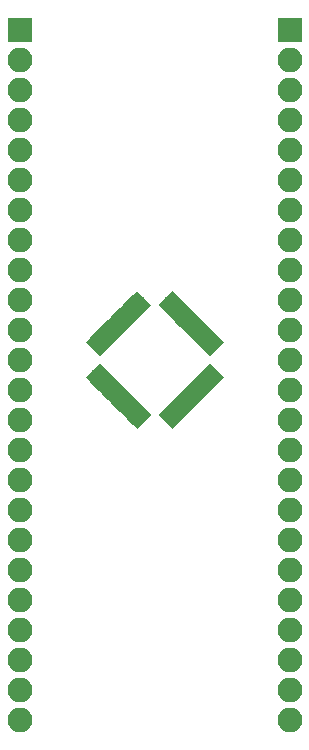
<source format=gbr>
G04 #@! TF.GenerationSoftware,KiCad,Pcbnew,(5.1.0-0)*
G04 #@! TF.CreationDate,2019-04-21T18:11:27+10:00*
G04 #@! TF.ProjectId,ETE006-CM119B-Breatout,45544530-3036-42d4-934d-313139422d42,1*
G04 #@! TF.SameCoordinates,Original*
G04 #@! TF.FileFunction,Soldermask,Top*
G04 #@! TF.FilePolarity,Negative*
%FSLAX46Y46*%
G04 Gerber Fmt 4.6, Leading zero omitted, Abs format (unit mm)*
G04 Created by KiCad (PCBNEW (5.1.0-0)) date 2019-04-21 18:11:27*
%MOMM*%
%LPD*%
G04 APERTURE LIST*
%ADD10R,2.100000X2.100000*%
%ADD11O,2.100000X2.100000*%
%ADD12C,0.650000*%
%ADD13C,0.100000*%
G04 APERTURE END LIST*
D10*
X117933224Y-82578949D03*
D11*
X117933224Y-85118949D03*
X117933224Y-87658949D03*
X117933224Y-90198949D03*
X117933224Y-92738949D03*
X117933224Y-95278949D03*
X117933224Y-97818949D03*
X117933224Y-100358949D03*
X117933224Y-102898949D03*
X117933224Y-105438949D03*
X117933224Y-107978949D03*
X117933224Y-110518949D03*
X117933224Y-113058949D03*
X117933224Y-115598949D03*
X117933224Y-118138949D03*
X117933224Y-120678949D03*
X117933224Y-123218949D03*
X117933224Y-125758949D03*
X117933224Y-128298949D03*
X117933224Y-130838949D03*
X117933224Y-133378949D03*
X117933224Y-135918949D03*
X117933224Y-138458949D03*
X117933224Y-140998949D03*
X140793224Y-140998949D03*
X140793224Y-138458949D03*
X140793224Y-135918949D03*
X140793224Y-133378949D03*
X140793224Y-130838949D03*
X140793224Y-128298949D03*
X140793224Y-125758949D03*
X140793224Y-123218949D03*
X140793224Y-120678949D03*
X140793224Y-118138949D03*
X140793224Y-115598949D03*
X140793224Y-113058949D03*
X140793224Y-110518949D03*
X140793224Y-107978949D03*
X140793224Y-105438949D03*
X140793224Y-102898949D03*
X140793224Y-100358949D03*
X140793224Y-97818949D03*
X140793224Y-95278949D03*
X140793224Y-92738949D03*
X140793224Y-90198949D03*
X140793224Y-87658949D03*
X140793224Y-85118949D03*
D10*
X140793224Y-82578949D03*
D12*
X128231853Y-105498491D03*
D13*
G36*
X127401003Y-105127260D02*
G01*
X127860622Y-104667641D01*
X129062703Y-105869722D01*
X128603084Y-106329341D01*
X127401003Y-105127260D01*
X127401003Y-105127260D01*
G37*
D12*
X127878300Y-105852044D03*
D13*
G36*
X127047450Y-105480813D02*
G01*
X127507069Y-105021194D01*
X128709150Y-106223275D01*
X128249531Y-106682894D01*
X127047450Y-105480813D01*
X127047450Y-105480813D01*
G37*
D12*
X127524746Y-106205598D03*
D13*
G36*
X126693896Y-105834367D02*
G01*
X127153515Y-105374748D01*
X128355596Y-106576829D01*
X127895977Y-107036448D01*
X126693896Y-105834367D01*
X126693896Y-105834367D01*
G37*
D12*
X127171193Y-106559151D03*
D13*
G36*
X126340343Y-106187920D02*
G01*
X126799962Y-105728301D01*
X128002043Y-106930382D01*
X127542424Y-107390001D01*
X126340343Y-106187920D01*
X126340343Y-106187920D01*
G37*
D12*
X126817640Y-106912704D03*
D13*
G36*
X125986790Y-106541473D02*
G01*
X126446409Y-106081854D01*
X127648490Y-107283935D01*
X127188871Y-107743554D01*
X125986790Y-106541473D01*
X125986790Y-106541473D01*
G37*
D12*
X126464086Y-107266258D03*
D13*
G36*
X125633236Y-106895027D02*
G01*
X126092855Y-106435408D01*
X127294936Y-107637489D01*
X126835317Y-108097108D01*
X125633236Y-106895027D01*
X125633236Y-106895027D01*
G37*
D12*
X126110533Y-107619811D03*
D13*
G36*
X125279683Y-107248580D02*
G01*
X125739302Y-106788961D01*
X126941383Y-107991042D01*
X126481764Y-108450661D01*
X125279683Y-107248580D01*
X125279683Y-107248580D01*
G37*
D12*
X125756979Y-107973365D03*
D13*
G36*
X124926129Y-107602134D02*
G01*
X125385748Y-107142515D01*
X126587829Y-108344596D01*
X126128210Y-108804215D01*
X124926129Y-107602134D01*
X124926129Y-107602134D01*
G37*
D12*
X125403426Y-108326918D03*
D13*
G36*
X124572576Y-107955687D02*
G01*
X125032195Y-107496068D01*
X126234276Y-108698149D01*
X125774657Y-109157768D01*
X124572576Y-107955687D01*
X124572576Y-107955687D01*
G37*
D12*
X125049873Y-108680471D03*
D13*
G36*
X124219023Y-108309240D02*
G01*
X124678642Y-107849621D01*
X125880723Y-109051702D01*
X125421104Y-109511321D01*
X124219023Y-108309240D01*
X124219023Y-108309240D01*
G37*
D12*
X124696319Y-109034025D03*
D13*
G36*
X123865469Y-108662794D02*
G01*
X124325088Y-108203175D01*
X125527169Y-109405256D01*
X125067550Y-109864875D01*
X123865469Y-108662794D01*
X123865469Y-108662794D01*
G37*
D12*
X124342766Y-109387578D03*
D13*
G36*
X123511916Y-109016347D02*
G01*
X123971535Y-108556728D01*
X125173616Y-109758809D01*
X124713997Y-110218428D01*
X123511916Y-109016347D01*
X123511916Y-109016347D01*
G37*
D12*
X124342766Y-111650320D03*
D13*
G36*
X123971535Y-112481170D02*
G01*
X123511916Y-112021551D01*
X124713997Y-110819470D01*
X125173616Y-111279089D01*
X123971535Y-112481170D01*
X123971535Y-112481170D01*
G37*
D12*
X124696319Y-112003873D03*
D13*
G36*
X124325088Y-112834723D02*
G01*
X123865469Y-112375104D01*
X125067550Y-111173023D01*
X125527169Y-111632642D01*
X124325088Y-112834723D01*
X124325088Y-112834723D01*
G37*
D12*
X125049873Y-112357427D03*
D13*
G36*
X124678642Y-113188277D02*
G01*
X124219023Y-112728658D01*
X125421104Y-111526577D01*
X125880723Y-111986196D01*
X124678642Y-113188277D01*
X124678642Y-113188277D01*
G37*
D12*
X125403426Y-112710980D03*
D13*
G36*
X125032195Y-113541830D02*
G01*
X124572576Y-113082211D01*
X125774657Y-111880130D01*
X126234276Y-112339749D01*
X125032195Y-113541830D01*
X125032195Y-113541830D01*
G37*
D12*
X125756979Y-113064533D03*
D13*
G36*
X125385748Y-113895383D02*
G01*
X124926129Y-113435764D01*
X126128210Y-112233683D01*
X126587829Y-112693302D01*
X125385748Y-113895383D01*
X125385748Y-113895383D01*
G37*
D12*
X126110533Y-113418087D03*
D13*
G36*
X125739302Y-114248937D02*
G01*
X125279683Y-113789318D01*
X126481764Y-112587237D01*
X126941383Y-113046856D01*
X125739302Y-114248937D01*
X125739302Y-114248937D01*
G37*
D12*
X126464086Y-113771640D03*
D13*
G36*
X126092855Y-114602490D02*
G01*
X125633236Y-114142871D01*
X126835317Y-112940790D01*
X127294936Y-113400409D01*
X126092855Y-114602490D01*
X126092855Y-114602490D01*
G37*
D12*
X126817640Y-114125194D03*
D13*
G36*
X126446409Y-114956044D02*
G01*
X125986790Y-114496425D01*
X127188871Y-113294344D01*
X127648490Y-113753963D01*
X126446409Y-114956044D01*
X126446409Y-114956044D01*
G37*
D12*
X127171193Y-114478747D03*
D13*
G36*
X126799962Y-115309597D02*
G01*
X126340343Y-114849978D01*
X127542424Y-113647897D01*
X128002043Y-114107516D01*
X126799962Y-115309597D01*
X126799962Y-115309597D01*
G37*
D12*
X127524746Y-114832300D03*
D13*
G36*
X127153515Y-115663150D02*
G01*
X126693896Y-115203531D01*
X127895977Y-114001450D01*
X128355596Y-114461069D01*
X127153515Y-115663150D01*
X127153515Y-115663150D01*
G37*
D12*
X127878300Y-115185854D03*
D13*
G36*
X127507069Y-116016704D02*
G01*
X127047450Y-115557085D01*
X128249531Y-114355004D01*
X128709150Y-114814623D01*
X127507069Y-116016704D01*
X127507069Y-116016704D01*
G37*
D12*
X128231853Y-115539407D03*
D13*
G36*
X127860622Y-116370257D02*
G01*
X127401003Y-115910638D01*
X128603084Y-114708557D01*
X129062703Y-115168176D01*
X127860622Y-116370257D01*
X127860622Y-116370257D01*
G37*
D12*
X130494595Y-115539407D03*
D13*
G36*
X129663745Y-115168176D02*
G01*
X130123364Y-114708557D01*
X131325445Y-115910638D01*
X130865826Y-116370257D01*
X129663745Y-115168176D01*
X129663745Y-115168176D01*
G37*
D12*
X130848148Y-115185854D03*
D13*
G36*
X130017298Y-114814623D02*
G01*
X130476917Y-114355004D01*
X131678998Y-115557085D01*
X131219379Y-116016704D01*
X130017298Y-114814623D01*
X130017298Y-114814623D01*
G37*
D12*
X131201702Y-114832300D03*
D13*
G36*
X130370852Y-114461069D02*
G01*
X130830471Y-114001450D01*
X132032552Y-115203531D01*
X131572933Y-115663150D01*
X130370852Y-114461069D01*
X130370852Y-114461069D01*
G37*
D12*
X131555255Y-114478747D03*
D13*
G36*
X130724405Y-114107516D02*
G01*
X131184024Y-113647897D01*
X132386105Y-114849978D01*
X131926486Y-115309597D01*
X130724405Y-114107516D01*
X130724405Y-114107516D01*
G37*
D12*
X131908808Y-114125194D03*
D13*
G36*
X131077958Y-113753963D02*
G01*
X131537577Y-113294344D01*
X132739658Y-114496425D01*
X132280039Y-114956044D01*
X131077958Y-113753963D01*
X131077958Y-113753963D01*
G37*
D12*
X132262362Y-113771640D03*
D13*
G36*
X131431512Y-113400409D02*
G01*
X131891131Y-112940790D01*
X133093212Y-114142871D01*
X132633593Y-114602490D01*
X131431512Y-113400409D01*
X131431512Y-113400409D01*
G37*
D12*
X132615915Y-113418087D03*
D13*
G36*
X131785065Y-113046856D02*
G01*
X132244684Y-112587237D01*
X133446765Y-113789318D01*
X132987146Y-114248937D01*
X131785065Y-113046856D01*
X131785065Y-113046856D01*
G37*
D12*
X132969469Y-113064533D03*
D13*
G36*
X132138619Y-112693302D02*
G01*
X132598238Y-112233683D01*
X133800319Y-113435764D01*
X133340700Y-113895383D01*
X132138619Y-112693302D01*
X132138619Y-112693302D01*
G37*
D12*
X133323022Y-112710980D03*
D13*
G36*
X132492172Y-112339749D02*
G01*
X132951791Y-111880130D01*
X134153872Y-113082211D01*
X133694253Y-113541830D01*
X132492172Y-112339749D01*
X132492172Y-112339749D01*
G37*
D12*
X133676575Y-112357427D03*
D13*
G36*
X132845725Y-111986196D02*
G01*
X133305344Y-111526577D01*
X134507425Y-112728658D01*
X134047806Y-113188277D01*
X132845725Y-111986196D01*
X132845725Y-111986196D01*
G37*
D12*
X134030129Y-112003873D03*
D13*
G36*
X133199279Y-111632642D02*
G01*
X133658898Y-111173023D01*
X134860979Y-112375104D01*
X134401360Y-112834723D01*
X133199279Y-111632642D01*
X133199279Y-111632642D01*
G37*
D12*
X134383682Y-111650320D03*
D13*
G36*
X133552832Y-111279089D02*
G01*
X134012451Y-110819470D01*
X135214532Y-112021551D01*
X134754913Y-112481170D01*
X133552832Y-111279089D01*
X133552832Y-111279089D01*
G37*
D12*
X134383682Y-109387578D03*
D13*
G36*
X134012451Y-110218428D02*
G01*
X133552832Y-109758809D01*
X134754913Y-108556728D01*
X135214532Y-109016347D01*
X134012451Y-110218428D01*
X134012451Y-110218428D01*
G37*
D12*
X134030129Y-109034025D03*
D13*
G36*
X133658898Y-109864875D02*
G01*
X133199279Y-109405256D01*
X134401360Y-108203175D01*
X134860979Y-108662794D01*
X133658898Y-109864875D01*
X133658898Y-109864875D01*
G37*
D12*
X133676575Y-108680471D03*
D13*
G36*
X133305344Y-109511321D02*
G01*
X132845725Y-109051702D01*
X134047806Y-107849621D01*
X134507425Y-108309240D01*
X133305344Y-109511321D01*
X133305344Y-109511321D01*
G37*
D12*
X133323022Y-108326918D03*
D13*
G36*
X132951791Y-109157768D02*
G01*
X132492172Y-108698149D01*
X133694253Y-107496068D01*
X134153872Y-107955687D01*
X132951791Y-109157768D01*
X132951791Y-109157768D01*
G37*
D12*
X132969469Y-107973365D03*
D13*
G36*
X132598238Y-108804215D02*
G01*
X132138619Y-108344596D01*
X133340700Y-107142515D01*
X133800319Y-107602134D01*
X132598238Y-108804215D01*
X132598238Y-108804215D01*
G37*
D12*
X132615915Y-107619811D03*
D13*
G36*
X132244684Y-108450661D02*
G01*
X131785065Y-107991042D01*
X132987146Y-106788961D01*
X133446765Y-107248580D01*
X132244684Y-108450661D01*
X132244684Y-108450661D01*
G37*
D12*
X132262362Y-107266258D03*
D13*
G36*
X131891131Y-108097108D02*
G01*
X131431512Y-107637489D01*
X132633593Y-106435408D01*
X133093212Y-106895027D01*
X131891131Y-108097108D01*
X131891131Y-108097108D01*
G37*
D12*
X131908808Y-106912704D03*
D13*
G36*
X131537577Y-107743554D02*
G01*
X131077958Y-107283935D01*
X132280039Y-106081854D01*
X132739658Y-106541473D01*
X131537577Y-107743554D01*
X131537577Y-107743554D01*
G37*
D12*
X131555255Y-106559151D03*
D13*
G36*
X131184024Y-107390001D02*
G01*
X130724405Y-106930382D01*
X131926486Y-105728301D01*
X132386105Y-106187920D01*
X131184024Y-107390001D01*
X131184024Y-107390001D01*
G37*
D12*
X131201702Y-106205598D03*
D13*
G36*
X130830471Y-107036448D02*
G01*
X130370852Y-106576829D01*
X131572933Y-105374748D01*
X132032552Y-105834367D01*
X130830471Y-107036448D01*
X130830471Y-107036448D01*
G37*
D12*
X130848148Y-105852044D03*
D13*
G36*
X130476917Y-106682894D02*
G01*
X130017298Y-106223275D01*
X131219379Y-105021194D01*
X131678998Y-105480813D01*
X130476917Y-106682894D01*
X130476917Y-106682894D01*
G37*
D12*
X130494595Y-105498491D03*
D13*
G36*
X130123364Y-106329341D02*
G01*
X129663745Y-105869722D01*
X130865826Y-104667641D01*
X131325445Y-105127260D01*
X130123364Y-106329341D01*
X130123364Y-106329341D01*
G37*
M02*

</source>
